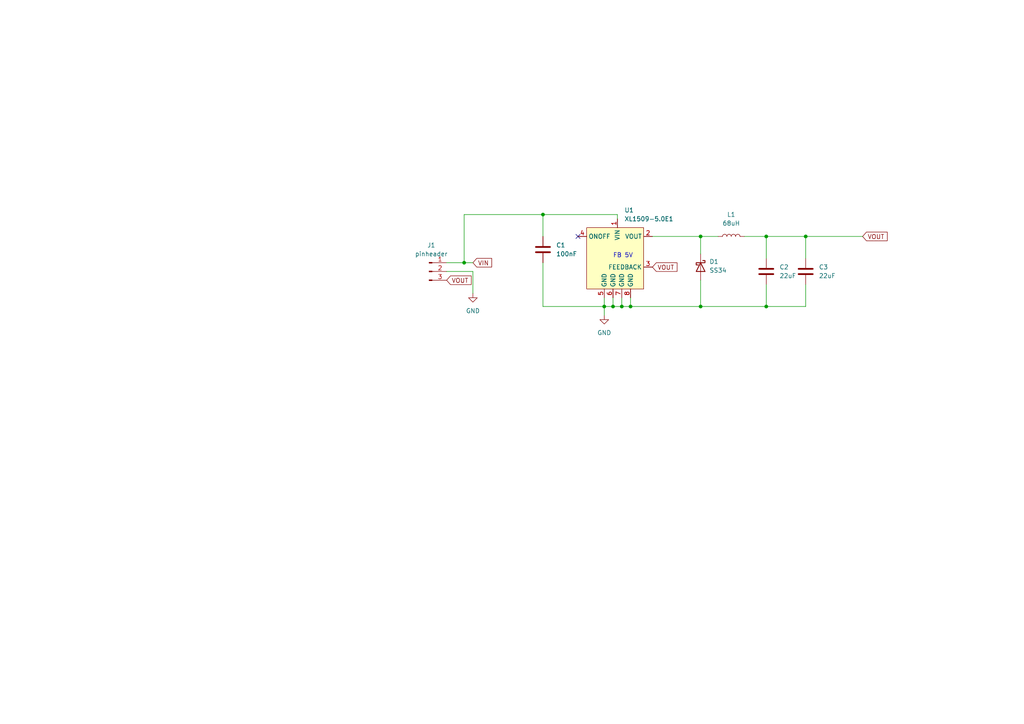
<source format=kicad_sch>
(kicad_sch (version 20211123) (generator eeschema)
  (paper "A4")
  (title_block (title "5V Regulator For Tarakan") (date "2022-01-31"))
  (lib_symbols
    (symbol "Connector:Conn_01x03_Male" (pin_names (offset 1.016) hide)
      (property "Reference" "J" (at 0 5.08 0))
      (property "Value" "Conn_01x03_Male" (at 0 -5.08 0))
      (symbol "Conn_01x03_Male_1_1"
        (polyline (pts (xy 1.27 -2.54) (xy 0.8636 -2.54)) (stroke (width 0.1524)))
        (polyline (pts (xy 1.27 0) (xy 0.8636 0)) (stroke (width 0.1524)))
        (polyline (pts (xy 1.27 2.54) (xy 0.8636 2.54)) (stroke (width 0.1524)))
        (rectangle (start 0.8636 -2.413) (end 0 -2.667) (stroke (width 0.1524)) (fill (type outline)))
        (rectangle (start 0.8636 0.127) (end 0 -0.127) (stroke (width 0.1524)) (fill (type outline)))
        (rectangle (start 0.8636 2.667) (end 0 2.413) (stroke (width 0.1524)) (fill (type outline)))
        (pin passive line (at 5.08 2.54 180) (length 3.81) (name "Pin_1") (number "1"))
        (pin passive line (at 5.08 0 180) (length 3.81) (name "Pin_2") (number "2"))
        (pin passive line (at 5.08 -2.54 180) (length 3.81) (name "Pin_3") (number "3"))
      )
    )
    (symbol "Device:C" (pin_numbers hide) (pin_names (offset 0.254))
      (property "Reference" "C" (at 0.635 2.54 0))
      (property "Value" "C" (at 0.635 -2.54 0))
      (symbol "C_0_1"
        (polyline (pts (xy -2.032 -0.762) (xy 2.032 -0.762)) (stroke (width 0.508)))
        (polyline (pts (xy -2.032 0.762) (xy 2.032 0.762)) (stroke (width 0.508)))
      )
      (symbol "C_1_1"
        (pin passive line (at 0 3.81 270) (length 2.794) (name "~") (number "1"))
        (pin passive line (at 0 -3.81 90) (length 2.794) (name "~") (number "2"))
      )
    )
    (symbol "Device:D_Schottky" (pin_numbers hide) (pin_names (offset 1.016) hide)
      (property "Reference" "D" (at 0 2.54 0))
      (property "Value" "D_Schottky" (at 0 -2.54 0))
      (symbol "D_Schottky_0_1"
        (polyline (pts (xy 1.27 0) (xy -1.27 0)))
        (polyline (pts (xy 1.27 1.27) (xy 1.27 -1.27) (xy -1.27 0) (xy 1.27 1.27)) (stroke (width 0.254)))
        (polyline (pts (xy -1.905 0.635) (xy -1.905 1.27) (xy -1.27 1.27) (xy -1.27 -1.27) (xy -0.635 -1.27) (xy -0.635 -0.635)) (stroke (width 0.254)))
      )
      (symbol "D_Schottky_1_1"
        (pin passive line (at -3.81 0 0) (length 2.54) (name "K") (number "1"))
        (pin passive line (at 3.81 0 180) (length 2.54) (name "A") (number "2"))
      )
    )
    (symbol "Device:L" (pin_numbers hide) (pin_names (offset 1.016) hide)
      (property "Reference" "L" (at -1.27 0 90))
      (property "Value" "L" (at 1.905 0 90))
      (symbol "L_0_1"
        (arc (start 0 -2.54) (mid 0.635 -1.905) (end 0 -1.27))
        (arc (start 0 -1.27) (mid 0.635 -0.635) (end 0 0))
        (arc (start 0 0) (mid 0.635 0.635) (end 0 1.27))
        (arc (start 0 1.27) (mid 0.635 1.905) (end 0 2.54))
      )
      (symbol "L_1_1"
        (pin passive line (at 0 3.81 270) (length 1.27) (name "1") (number "1"))
        (pin passive line (at 0 -3.81 90) (length 1.27) (name "2") (number "2"))
      )
    )
    (symbol "bdregulator:XL1509"
      (property "Reference" "U" (at 2.54 5.08 0))
      (property "Value" "XL1509" (at 5.08 7.62 0))
      (symbol "XL1509_0_0"
        (pin power_in line (at 0 6.35 270) (length 2.54) (name "VIN") (number "1"))
        (pin power_out line (at 10.16 1.27 180) (length 2.54) (name "VOUT") (number "2"))
        (pin input line (at 10.16 -7.62 180) (length 2.54) (name "FEEDBACK") (number "3"))
        (pin input line (at -11.43 1.27 0) (length 2.54) (name "ONOFF") (number "4"))
        (pin power_in line (at -3.81 -16.51 90) (length 2.54) (name "GND") (number "5"))
        (pin power_in line (at -1.27 -16.51 90) (length 2.54) (name "GND") (number "6"))
        (pin power_in line (at 1.27 -16.51 90) (length 2.54) (name "GND") (number "7"))
        (pin power_in line (at 3.81 -16.51 90) (length 2.54) (name "GND") (number "8"))
      )
      (symbol "XL1509_0_1"
        (rectangle (start -8.89 3.81) (end 7.62 -13.97) (stroke (width 0.1524)) (fill (type background)))
      )
    )
    (symbol "power:GND" (power) (pin_names (offset 0))
      (property "Value" "GND" (at 0 -3.81 0))
      (symbol "GND_0_1"
        (polyline (pts (xy 0 0) (xy 0 -1.27) (xy 1.27 -1.27) (xy 0 -2.54) (xy -1.27 -1.27) (xy 0 -1.27)))
      )
      (symbol "GND_1_1"
        (pin power_in line (at 0 0 270) (length 0) hide (name "GND") (number "1"))
      )
    )
  )
  (junction (at 222.25 88.9))
  (junction (at 157.48 62.23))
  (junction (at 182.88 88.9))
  (junction (at 175.26 88.9))
  (junction (at 203.2 88.9))
  (junction (at 233.68 68.58))
  (junction (at 177.8 88.9))
  (junction (at 180.34 88.9))
  (junction (at 134.62 76.2))
  (junction (at 222.25 68.58))
  (junction (at 203.2 68.58))
  (no_connect (at 167.64 68.58))
  (wire (pts (xy 175.26 88.9) (xy 157.48 88.9)))
  (wire (pts (xy 157.48 88.9) (xy 157.48 76.2)))
  (wire (pts (xy 222.25 68.58) (xy 233.68 68.58)))
  (wire (pts (xy 182.88 88.9) (xy 203.2 88.9)))
  (wire (pts (xy 203.2 81.28) (xy 203.2 88.9)))
  (wire (pts (xy 182.88 88.9) (xy 180.34 88.9)))
  (wire (pts (xy 208.28 68.58) (xy 203.2 68.58)))
  (wire (pts (xy 179.07 63.5) (xy 179.07 62.23)))
  (wire (pts (xy 222.25 68.58) (xy 222.25 74.93)))
  (wire (pts (xy 179.07 62.23) (xy 157.48 62.23)))
  (wire (pts (xy 233.68 68.58) (xy 250.19 68.58)))
  (wire (pts (xy 233.68 68.58) (xy 233.68 74.93)))
  (wire (pts (xy 157.48 62.23) (xy 157.48 68.58)))
  (wire (pts (xy 233.68 82.55) (xy 233.68 88.9)))
  (wire (pts (xy 203.2 68.58) (xy 203.2 73.66)))
  (wire (pts (xy 134.62 62.23) (xy 134.62 76.2)))
  (wire (pts (xy 137.16 78.74) (xy 137.16 85.09)))
  (wire (pts (xy 222.25 88.9) (xy 203.2 88.9)))
  (wire (pts (xy 175.26 88.9) (xy 175.26 91.44)))
  (wire (pts (xy 222.25 82.55) (xy 222.25 88.9)))
  (wire (pts (xy 233.68 88.9) (xy 222.25 88.9)))
  (wire (pts (xy 129.54 78.74) (xy 137.16 78.74)))
  (wire (pts (xy 157.48 62.23) (xy 134.62 62.23)))
  (wire (pts (xy 182.88 86.36) (xy 182.88 88.9)))
  (wire (pts (xy 177.8 88.9) (xy 175.26 88.9)))
  (wire (pts (xy 189.23 68.58) (xy 203.2 68.58)))
  (wire (pts (xy 175.26 86.36) (xy 175.26 88.9)))
  (wire (pts (xy 180.34 88.9) (xy 177.8 88.9)))
  (wire (pts (xy 177.8 86.36) (xy 177.8 88.9)))
  (wire (pts (xy 215.9 68.58) (xy 222.25 68.58)))
  (wire (pts (xy 134.62 76.2) (xy 137.16 76.2)))
  (wire (pts (xy 180.34 86.36) (xy 180.34 88.9)))
  (wire (pts (xy 129.54 76.2) (xy 134.62 76.2)))
  (text "FB 5V" (at 177.8 74.93 0) (effects (font (size 1.27 1.27)) (justify left bottom)))
  (global_label "VOUT" (shape input) (at 250.19 68.58 0) (property "Intersheet References" "${INTERSHEET_REFS}" (effects hide)))
  (global_label "VOUT" (shape input) (at 129.54 81.28 0) (property "Intersheet References" "${INTERSHEET_REFS}" (effects hide)))
  (global_label "VIN" (shape input) (at 137.16 76.2 0) (property "Intersheet References" "${INTERSHEET_REFS}" (effects hide)))
  (global_label "VOUT" (shape input) (at 189.23 77.47 0) (property "Intersheet References" "${INTERSHEET_REFS}" (effects hide)))
  (symbol (lib_id "Device:D_Schottky") (at 203.2 77.47 270) (unit 1)
    (property "Reference" "D1" (at 205.74 75.8824 90) (effects (justify left)))
    (property "Value" "SS34" (at 205.74 78.4224 90) (effects (justify left)))
    (property "Footprint" "Diode_SMD:D_SMA" (effects hide))
    (property "LCSC" "C8678" (effects hide))
  )
  (symbol (lib_id "Connector:Conn_01x03_Male") (at 124.46 78.74 0) (unit 1)
    (property "Reference" "J1" (at 125.095 71.12 0))
    (property "Value" "pinheader" (at 125.095 73.66 0))
    (property "Footprint" "Connector_PinHeader_2.54mm:PinHeader_1x03_P2.54mm_Vertical" (effects hide))
  )
  (symbol (lib_id "Device:C") (at 157.48 72.39 0) (unit 1)
    (property "Reference" "C1" (at 161.29 71.1199 0) (effects (justify left)))
    (property "Value" "100nF" (at 161.29 73.6599 0) (effects (justify left)))
    (property "Footprint" "Capacitor_SMD:C_0603_1608Metric" (effects hide))
    (property "LCSC" "C14663" (effects hide))
  )
  (symbol (lib_id "power:GND") (at 175.26 91.44 0) (unit 1)
    (property "Reference" "#PWR02" (effects hide))
    (property "Value" "GND" (at 175.26 96.52 0))
  )
  (symbol (lib_id "Device:C") (at 222.25 78.74 0) (unit 1)
    (property "Reference" "C2" (at 226.06 77.4699 0) (effects (justify left)))
    (property "Value" "22uF" (at 226.06 80.0099 0) (effects (justify left)))
    (property "Footprint" "Capacitor_SMD:C_1206_3216Metric" (effects hide))
    (property "LCSC" "C5672" (effects hide))
  )
  (symbol (lib_id "Device:L") (at 212.09 68.58 90) (unit 1)
    (property "Reference" "L1" (at 212.09 62.23 90))
    (property "Value" "68uH" (at 212.09 64.77 90))
    (property "Footprint" "Inductor_SMD:L_12x12mm_H4.5mm" (effects hide))
    (property "LCSC" "C149549" (effects hide))
  )
  (symbol (lib_id "Device:C") (at 233.68 78.74 0) (unit 1)
    (property "Reference" "C3" (at 237.49 77.4699 0) (effects (justify left)))
    (property "Value" "22uF" (at 237.49 80.0099 0) (effects (justify left)))
    (property "Footprint" "Capacitor_SMD:C_1206_3216Metric" (effects hide))
    (property "LCSC" "C5672" (effects hide))
  )
  (symbol (lib_id "power:GND") (at 137.16 85.09 0) (unit 1)
    (property "Reference" "#PWR01" (effects hide))
    (property "Value" "GND" (at 137.16 90.17 0))
  )
  (symbol (lib_id "bdregulator:XL1509") (at 179.07 69.85 0) (unit 1)
    (property "Reference" "U1" (at 181.0894 60.96 0) (effects (justify left)))
    (property "Value" "XL1509-5.0E1" (at 181.0894 63.5 0) (effects (justify left)))
    (property "Footprint" "Package_SO:SOIC-8_3.9x4.9mm_P1.27mm" (effects hide))
    (property "LCSC" "C61063" (effects hide))
  )
)
</source>
